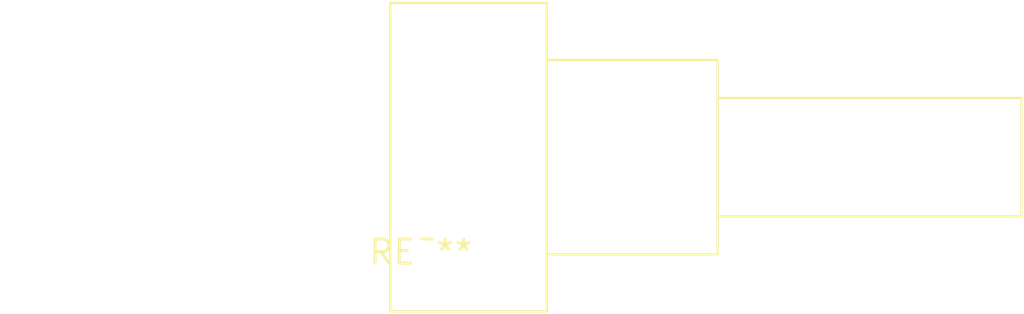
<source format=kicad_pcb>
(kicad_pcb (version 20240108) (generator pcbnew)
  (layers (0 "F.Cu" signal) (31 "B.Cu" signal) (34 "B.Paste" user) (35 "F.Paste" user) (36 "B.SilkS" user "B.Silkscreen") (37 "F.SilkS" user "F.Silkscreen") (38 "B.Mask" user) (39 "F.Mask" user) (44 "Edge.Cuts" user))
  (net 0 "")
  (footprint "Potentiometer_Piher_PC-16_Single_Horizontal" (layer "F.Cu") (at 0 0)
    (property "Reference" "REF**")
    (property "Value" "Potentiometer_Piher_PC-16_Single_Horizontal")
    (fp_line (start -1.62 -13.12) (end -1.62 3.12) (layer "F.SilkS") (stroke (width 0.12)))
    (fp_line (start -1.62 -13.12) (end 6.62 -13.12) (layer "F.SilkS") (stroke (width 0.12)))
    (fp_line (start -1.62 3.12) (end 6.62 3.12) (layer "F.SilkS") (stroke (width 0.12)))
    (fp_line (start 6.62 -13.12) (end 6.62 3.12) (layer "F.SilkS") (stroke (width 0.12)))
    (fp_line (start 6.62 -10.12) (end 6.62 0.12) (layer "F.SilkS") (stroke (width 0.12)))
    (fp_line (start 6.62 -10.12) (end 15.62 -10.12) (layer "F.SilkS") (stroke (width 0.12)))
    (fp_line (start 6.62 0.12) (end 15.62 0.12) (layer "F.SilkS") (stroke (width 0.12)))
    (fp_line (start 15.62 -10.12) (end 15.62 0.12) (layer "F.SilkS") (stroke (width 0.12)))
    (fp_line (start 15.62 -8.12) (end 15.62 -1.879) (layer "F.SilkS") (stroke (width 0.12)))
    (fp_line (start 15.62 -8.12) (end 31.62 -8.12) (layer "F.SilkS") (stroke (width 0.12)))
    (fp_line (start 15.62 -1.879) (end 31.62 -1.879) (layer "F.SilkS") (stroke (width 0.12)))
    (fp_line (start 31.62 -8.12) (end 31.62 -1.879) (layer "F.SilkS") (stroke (width 0.12)))
    (pad "1" thru_hole circle (at 0 0) (size 2.34 2.34) (drill 1.3) (layers *.Cu *.Mask) (remove_unused_layers))
    (pad "2" thru_hole circle (at 0 -5) (size 2.34 2.34) (drill 1.3) (layers *.Cu *.Mask) (remove_unused_layers))
    (pad "3" thru_hole circle (at 0 -10) (size 2.34 2.34) (drill 1.3) (layers *.Cu *.Mask) (remove_unused_layers))
  )
)
</source>
